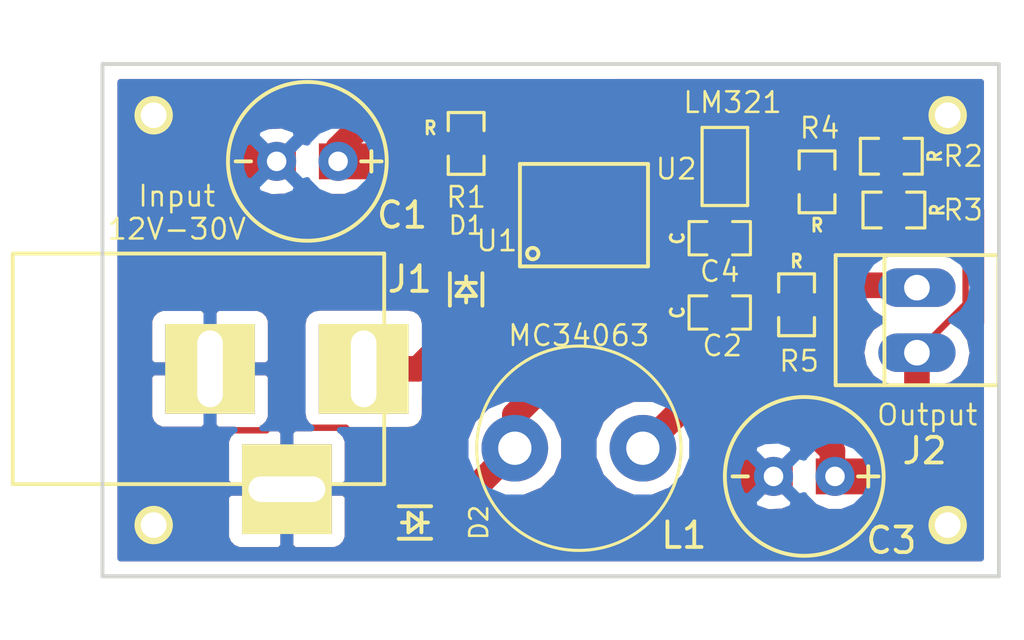
<source format=kicad_pcb>
(kicad_pcb (version 4) (host pcbnew 4.0.7-e2-6376~58~ubuntu14.04.1)

  (general
    (links 40)
    (no_connects 0)
    (area 120 105 161.74762 130.000001)
    (thickness 1.6)
    (drawings 7)
    (tracks 69)
    (zones 0)
    (modules 20)
    (nets 11)
  )

  (page A4)
  (layers
    (0 F.Cu signal)
    (31 B.Cu signal)
    (32 B.Adhes user hide)
    (33 F.Adhes user hide)
    (34 B.Paste user)
    (35 F.Paste user)
    (36 B.SilkS user)
    (37 F.SilkS user)
    (38 B.Mask user hide)
    (39 F.Mask user hide)
    (40 Dwgs.User user hide)
    (41 Cmts.User user hide)
    (42 Eco1.User user hide)
    (43 Eco2.User user hide)
    (44 Edge.Cuts user)
    (45 Margin user hide)
    (46 B.CrtYd user hide)
    (47 F.CrtYd user hide)
    (48 B.Fab user hide)
    (49 F.Fab user hide)
  )

  (setup
    (last_trace_width 0.25)
    (user_trace_width 0.25)
    (user_trace_width 0.4)
    (user_trace_width 0.5)
    (user_trace_width 1)
    (trace_clearance 0.2)
    (zone_clearance 0.508)
    (zone_45_only no)
    (trace_min 0.2)
    (segment_width 0.2)
    (edge_width 0.15)
    (via_size 0.6)
    (via_drill 0.4)
    (via_min_size 0.4)
    (via_min_drill 0.3)
    (uvia_size 0.3)
    (uvia_drill 0.1)
    (uvias_allowed no)
    (uvia_min_size 0.2)
    (uvia_min_drill 0.1)
    (pcb_text_width 0.3)
    (pcb_text_size 1.5 1.5)
    (mod_edge_width 0.15)
    (mod_text_size 1 1)
    (mod_text_width 0.15)
    (pad_size 0.1 0.1)
    (pad_drill 0)
    (pad_to_mask_clearance 0.2)
    (aux_axis_origin 0 0)
    (visible_elements FFFFFF7F)
    (pcbplotparams
      (layerselection 0x010fc_80000001)
      (usegerberextensions true)
      (excludeedgelayer true)
      (linewidth 0.100000)
      (plotframeref false)
      (viasonmask false)
      (mode 1)
      (useauxorigin false)
      (hpglpennumber 1)
      (hpglpenspeed 20)
      (hpglpendiameter 15)
      (hpglpenoverlay 2)
      (psnegative false)
      (psa4output false)
      (plotreference true)
      (plotvalue true)
      (plotinvisibletext false)
      (padsonsilk false)
      (subtractmaskfromsilk false)
      (outputformat 1)
      (mirror false)
      (drillshape 0)
      (scaleselection 1)
      (outputdirectory gerbers/))
  )

  (net 0 "")
  (net 1 Earth)
  (net 2 "Net-(C2-Pad1)")
  (net 3 "Net-(C3-Pad1)")
  (net 4 /Vcc)
  (net 5 "Net-(D1-Pad2)")
  (net 6 "Net-(D2-Pad1)")
  (net 7 "Net-(J2-Pad2)")
  (net 8 "Net-(R2-Pad1)")
  (net 9 "Net-(R2-Pad2)")
  (net 10 "Net-(R1-Pad1)")

  (net_class Default "This is the default net class."
    (clearance 0.2)
    (trace_width 0.25)
    (via_dia 0.6)
    (via_drill 0.4)
    (uvia_dia 0.3)
    (uvia_drill 0.1)
    (add_net /Vcc)
    (add_net Earth)
    (add_net "Net-(C2-Pad1)")
    (add_net "Net-(C3-Pad1)")
    (add_net "Net-(D1-Pad2)")
    (add_net "Net-(D2-Pad1)")
    (add_net "Net-(J2-Pad2)")
    (add_net "Net-(R1-Pad1)")
    (add_net "Net-(R2-Pad1)")
    (add_net "Net-(R2-Pad2)")
  )

  (module smps-current-source:RADIAL_TABBED_2.5mm_6.3mm (layer F.Cu) (tedit 5A5FF8E1) (tstamp 5A600880)
    (at 151.4 123.6)
    (path /5A0F88FF)
    (fp_text reference C3 (at 3.4 2.5) (layer F.SilkS)
      (effects (font (size 1 1) (thickness 0.15)))
    )
    (fp_text value CP (at 0 4.064) (layer F.SilkS) hide
      (effects (font (size 1 1) (thickness 0.15)))
    )
    (fp_line (start -2.2 0) (end -2.8 0) (layer F.SilkS) (width 0.15))
    (fp_line (start 2.5 -0.4) (end 2.5 0.4) (layer F.SilkS) (width 0.15))
    (fp_line (start 2.1 0) (end 2.9 0) (layer F.SilkS) (width 0.15))
    (fp_circle (center 0 0) (end 0 -3.1) (layer F.SilkS) (width 0.15))
    (pad 1 smd rect (at 1.2 0) (size 3.5 1.4) (drill (offset 1 0)) (layers F.Cu F.Paste F.Mask)
      (net 3 "Net-(C3-Pad1)"))
    (pad 2 smd rect (at -1.2 0) (size 3.5 1.4) (drill (offset -1 0)) (layers F.Cu F.Paste F.Mask)
      (net 1 Earth))
    (pad 2 thru_hole circle (at -1.2 0) (size 1.524 1.524) (drill 0.762) (layers *.Cu *.Mask)
      (net 1 Earth))
    (pad 1 thru_hole circle (at 1.2 0) (size 1.524 1.524) (drill 0.762) (layers *.Cu *.Mask)
      (net 3 "Net-(C3-Pad1)"))
  )

  (module smps-current-source:RADIAL_TABBED_2.5mm_6.3mm (layer F.Cu) (tedit 5A5FF8DB) (tstamp 5A600875)
    (at 132 111.3)
    (path /5A0F899C)
    (fp_text reference C1 (at 3.7 2.1) (layer F.SilkS)
      (effects (font (size 1 1) (thickness 0.15)))
    )
    (fp_text value CP (at 0 4.064) (layer F.SilkS) hide
      (effects (font (size 1 1) (thickness 0.15)))
    )
    (fp_line (start -2.2 0) (end -2.8 0) (layer F.SilkS) (width 0.15))
    (fp_line (start 2.5 -0.4) (end 2.5 0.4) (layer F.SilkS) (width 0.15))
    (fp_line (start 2.1 0) (end 2.9 0) (layer F.SilkS) (width 0.15))
    (fp_circle (center 0 0) (end 0 -3.1) (layer F.SilkS) (width 0.15))
    (pad 1 smd rect (at 1.2 0) (size 3.5 1.4) (drill (offset 1 0)) (layers F.Cu F.Paste F.Mask)
      (net 4 /Vcc))
    (pad 2 smd rect (at -1.2 0) (size 3.5 1.4) (drill (offset -1 0)) (layers F.Cu F.Paste F.Mask)
      (net 1 Earth))
    (pad 2 thru_hole circle (at -1.2 0) (size 1.524 1.524) (drill 0.762) (layers *.Cu *.Mask)
      (net 1 Earth))
    (pad 1 thru_hole circle (at 1.2 0) (size 1.524 1.524) (drill 0.762) (layers *.Cu *.Mask)
      (net 4 /Vcc))
  )

  (module smps-current-source:SOIC_08_4.0mm_5.0mm_1.27mm (layer F.Cu) (tedit 5A5FD6D8) (tstamp 5A600865)
    (at 142.8 113.4)
    (path /5A0F8880)
    (fp_text reference U1 (at -3.4 1) (layer F.SilkS)
      (effects (font (size 0.8 0.8) (thickness 0.1)))
    )
    (fp_text value MC34063 (at -0.2 4.7 180) (layer F.SilkS)
      (effects (font (size 0.8 0.8) (thickness 0.1)))
    )
    (fp_circle (center -2 1.5) (end -1.9 1.3) (layer F.SilkS) (width 0.15))
    (fp_line (start -2.5 -2) (end 2.5 -2) (layer F.SilkS) (width 0.15))
    (fp_line (start 2.5 -2) (end 2.5 2) (layer F.SilkS) (width 0.15))
    (fp_line (start 2.5 2) (end -2.5 2) (layer F.SilkS) (width 0.15))
    (fp_line (start -2.5 2) (end -2.5 -2) (layer F.SilkS) (width 0.15))
    (pad 1 smd rect (at -1.905 3.1) (size 0.7 1.6) (layers F.Cu F.Paste F.Mask)
      (net 10 "Net-(R1-Pad1)"))
    (pad 2 smd rect (at -0.635 3.1) (size 0.7 1.6) (layers F.Cu F.Paste F.Mask)
      (net 6 "Net-(D2-Pad1)"))
    (pad 3 smd rect (at 0.635 3.1) (size 0.7 1.6) (layers F.Cu F.Paste F.Mask)
      (net 2 "Net-(C2-Pad1)"))
    (pad 4 smd rect (at 1.905 3.1) (size 0.7 1.6) (layers F.Cu F.Paste F.Mask)
      (net 1 Earth))
    (pad 5 smd rect (at 1.905 -3.1) (size 0.7 1.6) (layers F.Cu F.Paste F.Mask)
      (net 8 "Net-(R2-Pad1)"))
    (pad 6 smd rect (at 0.635 -3.1) (size 0.7 1.6) (layers F.Cu F.Paste F.Mask)
      (net 4 /Vcc))
    (pad 7 smd rect (at -0.635 -3.1) (size 0.7 1.6) (layers F.Cu F.Paste F.Mask)
      (net 10 "Net-(R1-Pad1)"))
    (pad 8 smd rect (at -1.905 -3.1) (size 0.7 1.6) (layers F.Cu F.Paste F.Mask)
      (net 10 "Net-(R1-Pad1)"))
    (model 3D/SMD/SOIC_08_4.0mm_5.0mm_1.27mm.wrl
      (at (xyz 0 0 0))
      (scale (xyz 0.3937 0.3937 0.3937))
      (rotate (xyz 0 0 90))
    )
  )

  (module smps-current-source:THROUGHVIA (layer F.Cu) (tedit 5A2B3E19) (tstamp 5A600861)
    (at 157 109.5)
    (path /5A2B45DF)
    (fp_text reference J3 (at 0 1.7) (layer F.SilkS) hide
      (effects (font (size 1 1) (thickness 0.2)))
    )
    (fp_text value Conn_01x01 (at 0 -1.5) (layer F.SilkS) hide
      (effects (font (size 1 1) (thickness 0.2)))
    )
    (pad 1 thru_hole circle (at 0 0) (size 1.5 1.5) (drill 1) (layers *.Cu *.Mask F.SilkS)
      (net 1 Earth) (zone_connect 2))
  )

  (module smps-current-source:SM0603_Capa (layer F.Cu) (tedit 5A5FD756) (tstamp 5A600856)
    (at 148.1 114.3)
    (path /5A76A76A)
    (attr smd)
    (fp_text reference C4 (at 0 1.3) (layer F.SilkS)
      (effects (font (size 0.8 0.8) (thickness 0.1)))
    )
    (fp_text value C (at -1.651 0 90) (layer F.SilkS)
      (effects (font (size 0.508 0.4572) (thickness 0.1143)))
    )
    (fp_line (start 0.50038 0.65024) (end 1.19888 0.65024) (layer F.SilkS) (width 0.11938))
    (fp_line (start -0.50038 0.65024) (end -1.19888 0.65024) (layer F.SilkS) (width 0.11938))
    (fp_line (start 0.50038 -0.65024) (end 1.19888 -0.65024) (layer F.SilkS) (width 0.11938))
    (fp_line (start -1.19888 -0.65024) (end -0.50038 -0.65024) (layer F.SilkS) (width 0.11938))
    (fp_line (start 1.19888 -0.635) (end 1.19888 0.635) (layer F.SilkS) (width 0.11938))
    (fp_line (start -1.19888 0.635) (end -1.19888 -0.635) (layer F.SilkS) (width 0.11938))
    (pad 1 smd rect (at -0.762 0) (size 0.635 1.143) (layers F.Cu F.Paste F.Mask)
      (net 4 /Vcc))
    (pad 2 smd rect (at 0.762 0) (size 0.635 1.143) (layers F.Cu F.Paste F.Mask)
      (net 1 Earth))
    (model smd\capacitors\C0603.wrl
      (at (xyz 0 0 0.001000000047497451))
      (scale (xyz 0.5 0.5 0.5))
      (rotate (xyz 0 0 0))
    )
  )

  (module smps-current-source:SOT23-5 (layer F.Cu) (tedit 5A5FD6D1) (tstamp 5A60084A)
    (at 148.3 111.5 90)
    (path /5A0F7DDC)
    (attr smd)
    (fp_text reference U2 (at -0.1 -1.9 180) (layer F.SilkS)
      (effects (font (size 0.8 0.8) (thickness 0.1)))
    )
    (fp_text value LM321 (at 2.5 0.3 180) (layer F.SilkS)
      (effects (font (size 0.8 0.8) (thickness 0.1)))
    )
    (fp_line (start 1.524 -0.889) (end 1.524 0.889) (layer F.SilkS) (width 0.127))
    (fp_line (start 1.524 0.889) (end -1.524 0.889) (layer F.SilkS) (width 0.127))
    (fp_line (start -1.524 0.889) (end -1.524 -0.889) (layer F.SilkS) (width 0.127))
    (fp_line (start -1.524 -0.889) (end 1.524 -0.889) (layer F.SilkS) (width 0.127))
    (pad 1 smd rect (at -0.9525 1.27 90) (size 0.508 0.762) (layers F.Cu F.Paste F.Mask)
      (net 7 "Net-(J2-Pad2)"))
    (pad 3 smd rect (at 0.9525 1.27 90) (size 0.508 0.762) (layers F.Cu F.Paste F.Mask)
      (net 9 "Net-(R2-Pad2)"))
    (pad 5 smd rect (at -0.9525 -1.27 90) (size 0.508 0.762) (layers F.Cu F.Paste F.Mask)
      (net 4 /Vcc))
    (pad 2 smd rect (at 0 1.27 90) (size 0.508 0.762) (layers F.Cu F.Paste F.Mask)
      (net 1 Earth))
    (pad 4 smd rect (at 0.9525 -1.27 90) (size 0.508 0.762) (layers F.Cu F.Paste F.Mask)
      (net 8 "Net-(R2-Pad1)"))
    (model smd/SOT23_5.wrl
      (at (xyz 0 0 0))
      (scale (xyz 0.1000000014901161 0.1000000014901161 0.1000000014901161))
      (rotate (xyz 0 0 0))
    )
  )

  (module smps-current-source:SM0603_Resistor (layer F.Cu) (tedit 5A5FD42F) (tstamp 5A60083F)
    (at 151.1 116.9 270)
    (path /5A0F8E22)
    (attr smd)
    (fp_text reference R5 (at 2.2 -0.1 360) (layer F.SilkS)
      (effects (font (size 0.8 0.8) (thickness 0.1)))
    )
    (fp_text value R (at -1.69926 0 360) (layer F.SilkS)
      (effects (font (size 0.508 0.4572) (thickness 0.1143)))
    )
    (fp_line (start -0.50038 -0.6985) (end -1.2065 -0.6985) (layer F.SilkS) (width 0.127))
    (fp_line (start -1.2065 -0.6985) (end -1.2065 0.6985) (layer F.SilkS) (width 0.127))
    (fp_line (start -1.2065 0.6985) (end -0.50038 0.6985) (layer F.SilkS) (width 0.127))
    (fp_line (start 1.2065 -0.6985) (end 0.50038 -0.6985) (layer F.SilkS) (width 0.127))
    (fp_line (start 1.2065 -0.6985) (end 1.2065 0.6985) (layer F.SilkS) (width 0.127))
    (fp_line (start 1.2065 0.6985) (end 0.50038 0.6985) (layer F.SilkS) (width 0.127))
    (pad 1 smd rect (at -0.762 0 270) (size 0.635 1.143) (layers F.Cu F.Paste F.Mask)
      (net 7 "Net-(J2-Pad2)"))
    (pad 2 smd rect (at 0.762 0 270) (size 0.635 1.143) (layers F.Cu F.Paste F.Mask)
      (net 1 Earth))
    (model smd\resistors\R0603.wrl
      (at (xyz 0 0 0.001000000047497451))
      (scale (xyz 0.5 0.5 0.5))
      (rotate (xyz 0 0 0))
    )
  )

  (module smps-current-source:SM0603_Resistor (layer F.Cu) (tedit 5A5FD39A) (tstamp 5A600834)
    (at 151.9 112.1 90)
    (path /5A0F8C8D)
    (attr smd)
    (fp_text reference R4 (at 2.1 0.1 180) (layer F.SilkS)
      (effects (font (size 0.8 0.8) (thickness 0.1)))
    )
    (fp_text value R (at -1.69926 0 180) (layer F.SilkS)
      (effects (font (size 0.508 0.4572) (thickness 0.1143)))
    )
    (fp_line (start -0.50038 -0.6985) (end -1.2065 -0.6985) (layer F.SilkS) (width 0.127))
    (fp_line (start -1.2065 -0.6985) (end -1.2065 0.6985) (layer F.SilkS) (width 0.127))
    (fp_line (start -1.2065 0.6985) (end -0.50038 0.6985) (layer F.SilkS) (width 0.127))
    (fp_line (start 1.2065 -0.6985) (end 0.50038 -0.6985) (layer F.SilkS) (width 0.127))
    (fp_line (start 1.2065 -0.6985) (end 1.2065 0.6985) (layer F.SilkS) (width 0.127))
    (fp_line (start 1.2065 0.6985) (end 0.50038 0.6985) (layer F.SilkS) (width 0.127))
    (pad 1 smd rect (at -0.762 0 90) (size 0.635 1.143) (layers F.Cu F.Paste F.Mask)
      (net 1 Earth))
    (pad 2 smd rect (at 0.762 0 90) (size 0.635 1.143) (layers F.Cu F.Paste F.Mask)
      (net 9 "Net-(R2-Pad2)"))
    (model smd\resistors\R0603.wrl
      (at (xyz 0 0 0.001000000047497451))
      (scale (xyz 0.5 0.5 0.5))
      (rotate (xyz 0 0 0))
    )
  )

  (module smps-current-source:SM0603_Resistor (layer F.Cu) (tedit 5A5FD3B7) (tstamp 5A600829)
    (at 154.9 113.2 180)
    (path /5A0F8D95)
    (attr smd)
    (fp_text reference R3 (at -2.7 0 180) (layer F.SilkS)
      (effects (font (size 0.8 0.8) (thickness 0.1)))
    )
    (fp_text value R (at -1.69926 0 270) (layer F.SilkS)
      (effects (font (size 0.508 0.4572) (thickness 0.1143)))
    )
    (fp_line (start -0.50038 -0.6985) (end -1.2065 -0.6985) (layer F.SilkS) (width 0.127))
    (fp_line (start -1.2065 -0.6985) (end -1.2065 0.6985) (layer F.SilkS) (width 0.127))
    (fp_line (start -1.2065 0.6985) (end -0.50038 0.6985) (layer F.SilkS) (width 0.127))
    (fp_line (start 1.2065 -0.6985) (end 0.50038 -0.6985) (layer F.SilkS) (width 0.127))
    (fp_line (start 1.2065 -0.6985) (end 1.2065 0.6985) (layer F.SilkS) (width 0.127))
    (fp_line (start 1.2065 0.6985) (end 0.50038 0.6985) (layer F.SilkS) (width 0.127))
    (pad 1 smd rect (at -0.762 0 180) (size 0.635 1.143) (layers F.Cu F.Paste F.Mask)
      (net 3 "Net-(C3-Pad1)"))
    (pad 2 smd rect (at 0.762 0 180) (size 0.635 1.143) (layers F.Cu F.Paste F.Mask)
      (net 8 "Net-(R2-Pad1)"))
    (model smd\resistors\R0603.wrl
      (at (xyz 0 0 0.001000000047497451))
      (scale (xyz 0.5 0.5 0.5))
      (rotate (xyz 0 0 0))
    )
  )

  (module smps-current-source:SM0603_Resistor (layer F.Cu) (tedit 5A5FD3A5) (tstamp 5A60081E)
    (at 154.8 111.1 180)
    (path /5A0F8D18)
    (attr smd)
    (fp_text reference R2 (at -2.8 0 180) (layer F.SilkS)
      (effects (font (size 0.8 0.8) (thickness 0.1)))
    )
    (fp_text value R (at -1.69926 0 270) (layer F.SilkS)
      (effects (font (size 0.508 0.4572) (thickness 0.1143)))
    )
    (fp_line (start -0.50038 -0.6985) (end -1.2065 -0.6985) (layer F.SilkS) (width 0.127))
    (fp_line (start -1.2065 -0.6985) (end -1.2065 0.6985) (layer F.SilkS) (width 0.127))
    (fp_line (start -1.2065 0.6985) (end -0.50038 0.6985) (layer F.SilkS) (width 0.127))
    (fp_line (start 1.2065 -0.6985) (end 0.50038 -0.6985) (layer F.SilkS) (width 0.127))
    (fp_line (start 1.2065 -0.6985) (end 1.2065 0.6985) (layer F.SilkS) (width 0.127))
    (fp_line (start 1.2065 0.6985) (end 0.50038 0.6985) (layer F.SilkS) (width 0.127))
    (pad 1 smd rect (at -0.762 0 180) (size 0.635 1.143) (layers F.Cu F.Paste F.Mask)
      (net 8 "Net-(R2-Pad1)"))
    (pad 2 smd rect (at 0.762 0 180) (size 0.635 1.143) (layers F.Cu F.Paste F.Mask)
      (net 9 "Net-(R2-Pad2)"))
    (model smd\resistors\R0603.wrl
      (at (xyz 0 0 0.001000000047497451))
      (scale (xyz 0.5 0.5 0.5))
      (rotate (xyz 0 0 0))
    )
  )

  (module smps-current-source:SM0603_Resistor (layer F.Cu) (tedit 5A5FD6DC) (tstamp 5A600813)
    (at 138.2 110.6 270)
    (path /5A0F8C38)
    (attr smd)
    (fp_text reference R1 (at 2.1 0 360) (layer F.SilkS)
      (effects (font (size 0.8 0.8) (thickness 0.1)))
    )
    (fp_text value R (at -0.6 1.4 360) (layer F.SilkS)
      (effects (font (size 0.508 0.4572) (thickness 0.1143)))
    )
    (fp_line (start -0.50038 -0.6985) (end -1.2065 -0.6985) (layer F.SilkS) (width 0.127))
    (fp_line (start -1.2065 -0.6985) (end -1.2065 0.6985) (layer F.SilkS) (width 0.127))
    (fp_line (start -1.2065 0.6985) (end -0.50038 0.6985) (layer F.SilkS) (width 0.127))
    (fp_line (start 1.2065 -0.6985) (end 0.50038 -0.6985) (layer F.SilkS) (width 0.127))
    (fp_line (start 1.2065 -0.6985) (end 1.2065 0.6985) (layer F.SilkS) (width 0.127))
    (fp_line (start 1.2065 0.6985) (end 0.50038 0.6985) (layer F.SilkS) (width 0.127))
    (pad 1 smd rect (at -0.762 0 270) (size 0.635 1.143) (layers F.Cu F.Paste F.Mask)
      (net 10 "Net-(R1-Pad1)"))
    (pad 2 smd rect (at 0.762 0 270) (size 0.635 1.143) (layers F.Cu F.Paste F.Mask)
      (net 4 /Vcc))
    (model smd\resistors\R0603.wrl
      (at (xyz 0 0 0.001000000047497451))
      (scale (xyz 0.5 0.5 0.5))
      (rotate (xyz 0 0 0))
    )
  )

  (module smps-current-source:L_Radial_D7.8mm_P5.00mm_Fastron_07HCP (layer F.Cu) (tedit 5A5FD422) (tstamp 5A600808)
    (at 140.1 122.5)
    (descr "L, Radial series, Radial, pin pitch=5.00mm, , diameter=7.8mm, Fastron, 07HCP, http://www.abracon.com/Magnetics/radial/AISR875.pdf")
    (tags "L Radial series Radial pin pitch 5.00mm  diameter 7.8mm Fastron 07HCP")
    (path /5A0F8B70)
    (fp_text reference L1 (at 6.6 3.4) (layer F.SilkS)
      (effects (font (size 1 1) (thickness 0.15)))
    )
    (fp_text value L (at -2.6 2.9) (layer F.Fab) hide
      (effects (font (size 1 1) (thickness 0.15)))
    )
    (fp_circle (center 2.5 0) (end 6.4 0) (layer F.Fab) (width 0.1))
    (fp_circle (center 2.5 0) (end 6.49 0) (layer F.SilkS) (width 0.12))
    (fp_line (start -1.75 -4.25) (end -1.75 4.25) (layer F.CrtYd) (width 0.05))
    (fp_line (start -1.75 4.25) (end 6.75 4.25) (layer F.CrtYd) (width 0.05))
    (fp_line (start 6.75 4.25) (end 6.75 -4.25) (layer F.CrtYd) (width 0.05))
    (fp_line (start 6.75 -4.25) (end -1.75 -4.25) (layer F.CrtYd) (width 0.05))
    (pad 1 thru_hole circle (at 0 0) (size 2.6 2.6) (drill 1.3) (layers *.Cu *.Mask)
      (net 6 "Net-(D2-Pad1)"))
    (pad 2 thru_hole circle (at 5 0) (size 2.6 2.6) (drill 1.3) (layers *.Cu *.Mask)
      (net 3 "Net-(C3-Pad1)"))
    (model Inductors_THT.3dshapes/L_Radial_D7.8mm_P5.00mm_Fastron_07HCP.wrl
      (at (xyz 0 0 0))
      (scale (xyz 0.393701 0.393701 0.393701))
      (rotate (xyz 0 0 0))
    )
  )

  (module smps-current-source:PINHEAD1-2 (layer F.Cu) (tedit 5A5FD401) (tstamp 5A6007FE)
    (at 155.8 117.5 90)
    (path /5A0FC816)
    (attr virtual)
    (fp_text reference J2 (at -5.1 0.3 180) (layer F.SilkS)
      (effects (font (size 1 1) (thickness 0.15)))
    )
    (fp_text value Output (at -3.5 0.1 180) (layer F.Fab) hide
      (effects (font (size 1 1) (thickness 0.15)))
    )
    (fp_line (start 2.54 -1.27) (end -2.54 -1.27) (layer F.SilkS) (width 0.15))
    (fp_line (start 2.54 3.175) (end -2.54 3.175) (layer F.SilkS) (width 0.15))
    (fp_line (start -2.54 -3.175) (end 2.54 -3.175) (layer F.SilkS) (width 0.15))
    (fp_line (start -2.54 -3.175) (end -2.54 3.175) (layer F.SilkS) (width 0.15))
    (fp_line (start 2.54 -3.175) (end 2.54 3.175) (layer F.SilkS) (width 0.15))
    (pad 1 thru_hole oval (at -1.27 0 90) (size 1.50622 3.01498) (drill 1) (layers *.Cu *.Mask)
      (net 3 "Net-(C3-Pad1)"))
    (pad 2 thru_hole oval (at 1.27 0 90) (size 1.50622 3.01498) (drill 1) (layers *.Cu *.Mask)
      (net 7 "Net-(J2-Pad2)"))
  )

  (module smps-current-source:BARREL_JACK (layer F.Cu) (tedit 5A5FD409) (tstamp 5A6007F3)
    (at 128 119.4)
    (descr "DC Barrel Jack")
    (tags "Power Jack")
    (path /5A0F9E4B)
    (fp_text reference J1 (at 8 -3.5) (layer F.SilkS)
      (effects (font (size 1 1) (thickness 0.15)))
    )
    (fp_text value "Input 12V-30V" (at 2.2 -3.4) (layer F.Fab) hide
      (effects (font (size 1 1) (thickness 0.15)))
    )
    (fp_line (start -4.0005 -4.50088) (end -4.0005 4.50088) (layer F.SilkS) (width 0.15))
    (fp_line (start -7.50062 -4.50088) (end -7.50062 4.50088) (layer F.SilkS) (width 0.15))
    (fp_line (start -7.50062 4.50088) (end 7.00024 4.50088) (layer F.SilkS) (width 0.15))
    (fp_line (start 7.00024 4.50088) (end 7.00024 -4.50088) (layer F.SilkS) (width 0.15))
    (fp_line (start 7.00024 -4.50088) (end -7.50062 -4.50088) (layer F.SilkS) (width 0.15))
    (pad 1 thru_hole rect (at 6.20014 0) (size 3.50012 3.50012) (drill oval 1 3) (layers *.Cu *.Mask F.SilkS)
      (net 5 "Net-(D1-Pad2)"))
    (pad 2 thru_hole rect (at 0.20066 0) (size 3.50012 3.50012) (drill oval 1 3) (layers *.Cu *.Mask F.SilkS)
      (net 1 Earth))
    (pad 3 thru_hole rect (at 3.2004 4.699) (size 3.50012 3.50012) (drill oval 3 1) (layers *.Cu *.Mask F.SilkS)
      (net 1 Earth))
  )

  (module smps-current-source:SM0603_Capa (layer F.Cu) (tedit 5A5FD72A) (tstamp 5A6007CE)
    (at 148.1 117.2)
    (path /5A126154)
    (attr smd)
    (fp_text reference C2 (at 0.1 1.3) (layer F.SilkS)
      (effects (font (size 0.8 0.8) (thickness 0.1)))
    )
    (fp_text value C (at -1.651 0 90) (layer F.SilkS)
      (effects (font (size 0.508 0.4572) (thickness 0.1143)))
    )
    (fp_line (start 0.50038 0.65024) (end 1.19888 0.65024) (layer F.SilkS) (width 0.11938))
    (fp_line (start -0.50038 0.65024) (end -1.19888 0.65024) (layer F.SilkS) (width 0.11938))
    (fp_line (start 0.50038 -0.65024) (end 1.19888 -0.65024) (layer F.SilkS) (width 0.11938))
    (fp_line (start -1.19888 -0.65024) (end -0.50038 -0.65024) (layer F.SilkS) (width 0.11938))
    (fp_line (start 1.19888 -0.635) (end 1.19888 0.635) (layer F.SilkS) (width 0.11938))
    (fp_line (start -1.19888 0.635) (end -1.19888 -0.635) (layer F.SilkS) (width 0.11938))
    (pad 1 smd rect (at -0.762 0) (size 0.635 1.143) (layers F.Cu F.Paste F.Mask)
      (net 2 "Net-(C2-Pad1)"))
    (pad 2 smd rect (at 0.762 0) (size 0.635 1.143) (layers F.Cu F.Paste F.Mask)
      (net 1 Earth))
    (model smd\capacitors\C0603.wrl
      (at (xyz 0 0 0.001000000047497451))
      (scale (xyz 0.5 0.5 0.5))
      (rotate (xyz 0 0 0))
    )
  )

  (module smps-current-source:THROUGHVIA (layer F.Cu) (tedit 5A2B3DDA) (tstamp 5A6007CA)
    (at 126 109.5)
    (path /5A2B45DF)
    (fp_text reference J3 (at 0 1.7) (layer F.SilkS) hide
      (effects (font (size 1 1) (thickness 0.2)))
    )
    (fp_text value Conn_01x01 (at 0 -1.5) (layer F.SilkS) hide
      (effects (font (size 1 1) (thickness 0.2)))
    )
    (pad 1 thru_hole circle (at 0 0) (size 1.5 1.5) (drill 1) (layers *.Cu *.Mask F.SilkS)
      (net 1 Earth) (zone_connect 2))
  )

  (module smps-current-source:THROUGHVIA (layer F.Cu) (tedit 5A2B3E0F) (tstamp 5A6007C6)
    (at 126 125.5)
    (path /5A2B45DF)
    (fp_text reference J3 (at 0 1.7) (layer F.SilkS) hide
      (effects (font (size 1 1) (thickness 0.2)))
    )
    (fp_text value Conn_01x01 (at 0 -1.5) (layer F.SilkS) hide
      (effects (font (size 1 1) (thickness 0.2)))
    )
    (pad 1 thru_hole circle (at 0 0) (size 1.5 1.5) (drill 1) (layers *.Cu *.Mask F.SilkS)
      (net 1 Earth) (zone_connect 2))
  )

  (module smps-current-source:THROUGHVIA (layer F.Cu) (tedit 5A2B3E24) (tstamp 5A6007C2)
    (at 157 125.5)
    (path /5A2B45DF)
    (fp_text reference J3 (at 0 1.7) (layer F.SilkS) hide
      (effects (font (size 1 1) (thickness 0.2)))
    )
    (fp_text value Conn_01x01 (at 0 -1.5) (layer F.SilkS) hide
      (effects (font (size 1 1) (thickness 0.2)))
    )
    (pad 1 thru_hole circle (at 0 0) (size 1.5 1.5) (drill 1) (layers *.Cu *.Mask F.SilkS)
      (net 1 Earth) (zone_connect 2))
  )

  (module smps-current-source:SOD-323 (layer F.Cu) (tedit 5A7A2CAF) (tstamp 5A6007D9)
    (at 138.2 116.3 90)
    (path /5A0F8AD7)
    (fp_text reference D1 (at 2.5 0 360) (layer F.SilkS)
      (effects (font (size 0.7 0.7) (thickness 0.1)))
    )
    (fp_text value CUS15S30 (at 0 1.27 90) (layer F.SilkS) hide
      (effects (font (size 0.7 0.7) (thickness 0.05)))
    )
    (fp_line (start 0.254 0) (end 0.508 0) (layer F.SilkS) (width 0.15))
    (fp_line (start -0.254 0) (end -0.508 0) (layer F.SilkS) (width 0.15))
    (fp_line (start 0.254 0) (end -0.254 0.381) (layer F.SilkS) (width 0.15))
    (fp_line (start -0.254 0.381) (end -0.254 -0.381) (layer F.SilkS) (width 0.15))
    (fp_line (start -0.254 -0.381) (end 0.254 0) (layer F.SilkS) (width 0.15))
    (fp_line (start 0.254 -0.381) (end 0.254 0.381) (layer F.SilkS) (width 0.15))
    (fp_line (start -0.635 0.635) (end 0.635 0.635) (layer F.SilkS) (width 0.15))
    (fp_line (start -0.635 -0.635) (end 0.635 -0.635) (layer F.SilkS) (width 0.15))
    (pad 2 smd rect (at -1.2192 0 90) (size 0.5588 0.6858) (layers F.Cu F.Paste F.Mask)
      (net 5 "Net-(D1-Pad2)"))
    (pad 1 smd rect (at 1.2192 0 90) (size 0.5588 0.6858) (layers F.Cu F.Paste F.Mask)
      (net 4 /Vcc))
  )

  (module smps-current-source:SOD-323 (layer F.Cu) (tedit 5A7A2CAF) (tstamp 5A6007E6)
    (at 136.2 125.4)
    (path /5A0FB987)
    (fp_text reference D2 (at 2.5 0 270) (layer F.SilkS)
      (effects (font (size 0.7 0.7) (thickness 0.1)))
    )
    (fp_text value CUS15S30 (at 0 1.27) (layer F.SilkS) hide
      (effects (font (size 0.7 0.7) (thickness 0.05)))
    )
    (fp_line (start 0.254 0) (end 0.508 0) (layer F.SilkS) (width 0.15))
    (fp_line (start -0.254 0) (end -0.508 0) (layer F.SilkS) (width 0.15))
    (fp_line (start 0.254 0) (end -0.254 0.381) (layer F.SilkS) (width 0.15))
    (fp_line (start -0.254 0.381) (end -0.254 -0.381) (layer F.SilkS) (width 0.15))
    (fp_line (start -0.254 -0.381) (end 0.254 0) (layer F.SilkS) (width 0.15))
    (fp_line (start 0.254 -0.381) (end 0.254 0.381) (layer F.SilkS) (width 0.15))
    (fp_line (start -0.635 0.635) (end 0.635 0.635) (layer F.SilkS) (width 0.15))
    (fp_line (start -0.635 -0.635) (end 0.635 -0.635) (layer F.SilkS) (width 0.15))
    (pad 2 smd rect (at -1.2192 0) (size 0.5588 0.6858) (layers F.Cu F.Paste F.Mask)
      (net 1 Earth))
    (pad 1 smd rect (at 1.2192 0) (size 0.5588 0.6858) (layers F.Cu F.Paste F.Mask)
      (net 6 "Net-(D2-Pad1)"))
  )

  (gr_line (start 159 127.5) (end 124 127.5) (angle 90) (layer Edge.Cuts) (width 0.15) (tstamp 5A6008D6))
  (gr_line (start 124 127.5) (end 124 107.5) (angle 90) (layer Edge.Cuts) (width 0.15) (tstamp 5A6008D5))
  (gr_line (start 159 107.5) (end 159 127.5) (angle 90) (layer Edge.Cuts) (width 0.15) (tstamp 5A6008D4))
  (gr_line (start 124 127.5) (end 159 127.5) (angle 90) (layer Edge.Cuts) (width 0.15))
  (gr_line (start 124 107.5) (end 159 107.5) (angle 90) (layer Edge.Cuts) (width 0.15) (tstamp 5A6008D7))
  (gr_text "Input\n12V-30V" (at 126.9 113.3) (layer F.SilkS) (tstamp 5A6008D3)
    (effects (font (size 0.8 0.8) (thickness 0.1)))
  )
  (gr_text Output (at 156.2 121.2) (layer F.SilkS) (tstamp 5A6008D2)
    (effects (font (size 0.8 0.8) (thickness 0.1)))
  )

  (segment (start 158.3 113.2) (end 158.3 117.6) (width 0.25) (layer F.Cu) (net 0))
  (segment (start 132.1 121.7) (end 133.5 121.7) (width 0.25) (layer F.Cu) (net 1))
  (segment (start 133.5 121.7) (end 133.7 121.9) (width 0.25) (layer F.Cu) (net 1) (tstamp 5A7A2D44))
  (segment (start 129 121.8) (end 130.4 121.8) (width 0.25) (layer F.Cu) (net 1))
  (segment (start 130.4 121.8) (end 130.5 121.7) (width 0.25) (layer F.Cu) (net 1) (tstamp 5A7A2D41))
  (segment (start 148.8 111.5) (end 148.5 111.8) (width 0.5) (layer F.Cu) (net 1) (tstamp 5A600890))
  (segment (start 148.5 111.8) (end 148.5 113.938) (width 0.5) (layer F.Cu) (net 1) (tstamp 5A60088F))
  (segment (start 148.5 113.938) (end 148.862 114.3) (width 0.5) (layer F.Cu) (net 1) (tstamp 5A60088E))
  (segment (start 149.57 111.5) (end 148.8 111.5) (width 0.5) (layer F.Cu) (net 1) (tstamp 5A60088D))
  (segment (start 148.862 114.3) (end 148.862 117.2) (width 0.5) (layer F.Cu) (net 1) (tstamp 5A60088C))
  (segment (start 143.335 114.965) (end 143.6 114.7) (width 0.25) (layer F.Cu) (net 2) (tstamp 5A600896))
  (segment (start 143.6 114.7) (end 145 114.7) (width 0.25) (layer F.Cu) (net 2) (tstamp 5A600895))
  (segment (start 145 114.7) (end 145.4 115.1) (width 0.25) (layer F.Cu) (net 2) (tstamp 5A600894))
  (segment (start 145.4 115.1) (end 145.4 115.931045) (width 0.25) (layer F.Cu) (net 2) (tstamp 5A600893))
  (segment (start 145.4 115.931045) (end 147.338 117.2) (width 0.25) (layer F.Cu) (net 2) (tstamp 5A600892) (status 20))
  (segment (start 143.335 116) (end 143.335 114.965) (width 0.25) (layer F.Cu) (net 2) (tstamp 5A600891))
  (segment (start 157.7 116.87) (end 157.7 113.6) (width 0.25) (layer F.Cu) (net 3) (tstamp 5A6008A2))
  (segment (start 157.7 113.6) (end 157.3 113.2) (width 0.25) (layer F.Cu) (net 3) (tstamp 5A6008A1))
  (segment (start 157.3 113.2) (end 155.662 113.2) (width 0.25) (layer F.Cu) (net 3) (tstamp 5A6008A0))
  (segment (start 155.48 119.09) (end 157.7 116.87) (width 0.25) (layer F.Cu) (net 3) (tstamp 5A60089F))
  (segment (start 152.5 122.6) (end 152.5 123.6) (width 1) (layer F.Cu) (net 3) (tstamp 5A60089E))
  (segment (start 150.5 120.6) (end 152.5 122.6) (width 1) (layer F.Cu) (net 3) (tstamp 5A60089D))
  (segment (start 147 120.6) (end 150.5 120.6) (width 1) (layer F.Cu) (net 3) (tstamp 5A60089C))
  (segment (start 145.1 122.5) (end 147 120.6) (width 1) (layer F.Cu) (net 3) (tstamp 5A60089B))
  (segment (start 145.1 122.5) (end 145.1 122.5) (width 1) (layer F.Cu) (net 3) (tstamp 5A60089A))
  (segment (start 155.8 121.5) (end 155.8 118.77) (width 1) (layer F.Cu) (net 3) (tstamp 5A600899))
  (segment (start 153.7 123.6) (end 155.8 121.5) (width 1) (layer F.Cu) (net 3) (tstamp 5A600898))
  (segment (start 152.5 123.6) (end 153.7 123.6) (width 1) (layer F.Cu) (net 3) (tstamp 5A600897))
  (segment (start 143.435 110.3) (end 143.435 109.135) (width 1) (layer F.Cu) (net 4))
  (segment (start 143.435 109.135) (end 142.9 108.6) (width 1) (layer F.Cu) (net 4) (tstamp 5A7A2BDF))
  (segment (start 142.9 108.6) (end 135.4 108.6) (width 1) (layer F.Cu) (net 4) (tstamp 5A7A2BE0))
  (segment (start 135.4 108.6) (end 133.2 110.8) (width 1) (layer F.Cu) (net 4) (tstamp 5A7A2BE1))
  (segment (start 147.338 114.3) (end 147.338 112.7605) (width 1) (layer F.Cu) (net 4))
  (segment (start 147.338 112.7605) (end 147.1775 112.6) (width 1) (layer F.Cu) (net 4) (tstamp 5A7A2C04))
  (segment (start 147.1775 112.6) (end 144.4 112.6) (width 1) (layer F.Cu) (net 4) (tstamp 5A7A2C05))
  (segment (start 144.4 112.6) (end 143.435 111.635) (width 1) (layer F.Cu) (net 4) (tstamp 5A7A2C06))
  (segment (start 143.435 111.635) (end 143.435 110.3) (width 1) (layer F.Cu) (net 4) (tstamp 5A7A2C07))
  (segment (start 138.2 111.362) (end 138.2 115.0808) (width 1) (layer F.Cu) (net 4))
  (segment (start 133.2 111.3) (end 138.138 111.3) (width 1) (layer F.Cu) (net 4))
  (segment (start 138.138 111.3) (end 138.2 111.362) (width 1) (layer F.Cu) (net 4) (tstamp 5A7A2BE5))
  (segment (start 133.2 110.8) (end 133.2 111.3) (width 1) (layer F.Cu) (net 4) (tstamp 5A7A2BE2))
  (segment (start 136.3192 119.4) (end 138.2 117.5192) (width 1) (layer F.Cu) (net 5) (tstamp 5A6008B6))
  (segment (start 134.20014 119.4) (end 136.3192 119.4) (width 1) (layer F.Cu) (net 5) (tstamp 5A6008B5))
  (segment (start 137.4192 125.1808) (end 140.1 122.5) (width 1) (layer F.Cu) (net 6) (tstamp 5A6008BB))
  (segment (start 137.4192 125.4) (end 137.4192 125.1808) (width 0.5) (layer F.Cu) (net 6) (tstamp 5A6008BA))
  (segment (start 142.065 119.235) (end 142.1 116.2) (width 1) (layer F.Cu) (net 6) (tstamp 5A6008B9))
  (segment (start 140.1 121.2) (end 142.065 119.235) (width 1) (layer F.Cu) (net 6) (tstamp 5A6008B8))
  (segment (start 140.1 122.5) (end 140.1 121.2) (width 1) (layer F.Cu) (net 6) (tstamp 5A6008B7))
  (segment (start 149.57 114.608) (end 151.1 116.138) (width 0.25) (layer F.Cu) (net 7) (tstamp 5A6008BF))
  (segment (start 149.57 112.4525) (end 149.57 114.608) (width 0.25) (layer F.Cu) (net 7) (tstamp 5A6008BE))
  (segment (start 155.708 116.138) (end 155.8 116.23) (width 0.25) (layer F.Cu) (net 7) (tstamp 5A6008BD))
  (segment (start 151.1 116.138) (end 155.708 116.138) (width 1) (layer F.Cu) (net 7) (tstamp 5A6008BC))
  (segment (start 146.2825 109.8) (end 147.03 110.5475) (width 0.25) (layer F.Cu) (net 8) (tstamp 5A6008C8))
  (segment (start 144.605 109.8) (end 146.2825 109.8) (width 0.25) (layer F.Cu) (net 8) (tstamp 5A6008C7))
  (segment (start 147.03 110.07) (end 147.4 109.7) (width 0.25) (layer F.Cu) (net 8) (tstamp 5A6008C6))
  (segment (start 147.4 109.7) (end 155.2 109.7) (width 0.25) (layer F.Cu) (net 8) (tstamp 5A6008C5))
  (segment (start 155.2 109.7) (end 155.562 110.062) (width 0.25) (layer F.Cu) (net 8) (tstamp 5A6008C4))
  (segment (start 155.562 110.062) (end 155.562 111.1) (width 0.25) (layer F.Cu) (net 8) (tstamp 5A6008C3))
  (segment (start 147.03 110.5475) (end 147.03 110.07) (width 0.25) (layer F.Cu) (net 8) (tstamp 5A6008C2))
  (segment (start 155.562 111.776) (end 154.138 113.2) (width 0.25) (layer F.Cu) (net 8) (tstamp 5A6008C1))
  (segment (start 155.562 111.1) (end 155.562 111.776) (width 0.25) (layer F.Cu) (net 8) (tstamp 5A6008C0))
  (segment (start 151.1095 110.5475) (end 151.9 111.338) (width 0.25) (layer F.Cu) (net 9) (tstamp 5A6008CC))
  (segment (start 149.57 110.5475) (end 151.1095 110.5475) (width 0.25) (layer F.Cu) (net 9) (tstamp 5A6008CB))
  (segment (start 153.8 111.338) (end 154.038 111.1) (width 0.25) (layer F.Cu) (net 9) (tstamp 5A6008CA))
  (segment (start 151.9 111.338) (end 153.8 111.338) (width 0.25) (layer F.Cu) (net 9) (tstamp 5A6008C9))
  (segment (start 142.165 110.3) (end 140.895 110.3) (width 1) (layer F.Cu) (net 10))
  (segment (start 140.895 110.3) (end 140.895 116.5) (width 1) (layer F.Cu) (net 10))
  (segment (start 138.2 109.838) (end 140.433 109.838) (width 1) (layer F.Cu) (net 10))
  (segment (start 140.433 109.838) (end 140.895 110.3) (width 1) (layer F.Cu) (net 10) (tstamp 5A7A2BEA))

  (zone (net 1) (net_name Earth) (layer B.Cu) (tstamp 5A6008D9) (hatch edge 0.508)
    (connect_pads (clearance 0.508))
    (min_thickness 0.254)
    (fill yes (arc_segments 16) (thermal_gap 0.508) (thermal_bridge_width 0.508))
    (polygon
      (pts
        (xy 160 130) (xy 120 130) (xy 120 105) (xy 160 105)
      )
    )
    (filled_polygon
      (pts
        (xy 158.29 126.79) (xy 124.71 126.79) (xy 124.71 124.38475) (xy 128.81534 124.38475) (xy 128.81534 125.97537)
        (xy 128.912013 126.208759) (xy 129.090642 126.387387) (xy 129.324031 126.48406) (xy 130.91465 126.48406) (xy 131.0734 126.32531)
        (xy 131.0734 124.226) (xy 131.3274 124.226) (xy 131.3274 126.32531) (xy 131.48615 126.48406) (xy 133.076769 126.48406)
        (xy 133.310158 126.387387) (xy 133.488787 126.208759) (xy 133.58546 125.97537) (xy 133.58546 124.580213) (xy 149.399392 124.580213)
        (xy 149.468857 124.822397) (xy 149.992302 125.009144) (xy 150.547368 124.981362) (xy 150.931143 124.822397) (xy 151.000608 124.580213)
        (xy 150.2 123.779605) (xy 149.399392 124.580213) (xy 133.58546 124.580213) (xy 133.58546 124.38475) (xy 133.42671 124.226)
        (xy 131.3274 124.226) (xy 131.0734 124.226) (xy 128.97409 124.226) (xy 128.81534 124.38475) (xy 124.71 124.38475)
        (xy 124.71 119.68575) (xy 125.8156 119.68575) (xy 125.8156 121.27637) (xy 125.912273 121.509759) (xy 126.090902 121.688387)
        (xy 126.324291 121.78506) (xy 127.91491 121.78506) (xy 128.07366 121.62631) (xy 128.07366 119.527) (xy 128.32766 119.527)
        (xy 128.32766 121.62631) (xy 128.48641 121.78506) (xy 129.152332 121.78506) (xy 129.090642 121.810613) (xy 128.912013 121.989241)
        (xy 128.81534 122.22263) (xy 128.81534 123.81325) (xy 128.97409 123.972) (xy 131.0734 123.972) (xy 131.0734 121.87269)
        (xy 131.3274 121.87269) (xy 131.3274 123.972) (xy 133.42671 123.972) (xy 133.58546 123.81325) (xy 133.58546 122.883207)
        (xy 138.164665 122.883207) (xy 138.45863 123.594658) (xy 139.002479 124.139457) (xy 139.713416 124.434663) (xy 140.483207 124.435335)
        (xy 141.194658 124.14137) (xy 141.739457 123.597521) (xy 142.034663 122.886584) (xy 142.034665 122.883207) (xy 143.164665 122.883207)
        (xy 143.45863 123.594658) (xy 144.002479 124.139457) (xy 144.713416 124.434663) (xy 145.483207 124.435335) (xy 146.194658 124.14137)
        (xy 146.739457 123.597521) (xy 146.824671 123.392302) (xy 148.790856 123.392302) (xy 148.818638 123.947368) (xy 148.977603 124.331143)
        (xy 149.219787 124.400608) (xy 150.020395 123.6) (xy 150.379605 123.6) (xy 151.180213 124.400608) (xy 151.393921 124.339311)
        (xy 151.41499 124.390303) (xy 151.80763 124.783629) (xy 152.3209 124.996757) (xy 152.876661 124.997242) (xy 153.390303 124.78501)
        (xy 153.783629 124.39237) (xy 153.996757 123.8791) (xy 153.997242 123.323339) (xy 153.78501 122.809697) (xy 153.39237 122.416371)
        (xy 152.8791 122.203243) (xy 152.323339 122.202758) (xy 151.809697 122.41499) (xy 151.416371 122.80763) (xy 151.394294 122.860796)
        (xy 151.180213 122.799392) (xy 150.379605 123.6) (xy 150.020395 123.6) (xy 149.219787 122.799392) (xy 148.977603 122.868857)
        (xy 148.790856 123.392302) (xy 146.824671 123.392302) (xy 147.034663 122.886584) (xy 147.034895 122.619787) (xy 149.399392 122.619787)
        (xy 150.2 123.420395) (xy 151.000608 122.619787) (xy 150.931143 122.377603) (xy 150.407698 122.190856) (xy 149.852632 122.218638)
        (xy 149.468857 122.377603) (xy 149.399392 122.619787) (xy 147.034895 122.619787) (xy 147.035335 122.116793) (xy 146.74137 121.405342)
        (xy 146.197521 120.860543) (xy 145.486584 120.565337) (xy 144.716793 120.564665) (xy 144.005342 120.85863) (xy 143.460543 121.402479)
        (xy 143.165337 122.113416) (xy 143.164665 122.883207) (xy 142.034665 122.883207) (xy 142.035335 122.116793) (xy 141.74137 121.405342)
        (xy 141.197521 120.860543) (xy 140.486584 120.565337) (xy 139.716793 120.564665) (xy 139.005342 120.85863) (xy 138.460543 121.402479)
        (xy 138.165337 122.113416) (xy 138.164665 122.883207) (xy 133.58546 122.883207) (xy 133.58546 122.22263) (xy 133.488787 121.989241)
        (xy 133.310158 121.810613) (xy 133.2785 121.7975) (xy 135.9502 121.7975) (xy 136.185517 121.753222) (xy 136.401641 121.61415)
        (xy 136.546631 121.40195) (xy 136.59764 121.15006) (xy 136.59764 117.64994) (xy 136.553362 117.414623) (xy 136.41429 117.198499)
        (xy 136.20209 117.053509) (xy 135.9502 117.0025) (xy 132.45008 117.0025) (xy 132.214763 117.046778) (xy 131.998639 117.18585)
        (xy 131.853649 117.39805) (xy 131.80264 117.64994) (xy 131.80264 121.15006) (xy 131.846918 121.385377) (xy 131.98599 121.601501)
        (xy 132.15055 121.71394) (xy 131.48615 121.71394) (xy 131.3274 121.87269) (xy 131.0734 121.87269) (xy 130.91465 121.71394)
        (xy 130.248728 121.71394) (xy 130.310418 121.688387) (xy 130.489047 121.509759) (xy 130.58572 121.27637) (xy 130.58572 119.68575)
        (xy 130.42697 119.527) (xy 128.32766 119.527) (xy 128.07366 119.527) (xy 125.97435 119.527) (xy 125.8156 119.68575)
        (xy 124.71 119.68575) (xy 124.71 117.52363) (xy 125.8156 117.52363) (xy 125.8156 119.11425) (xy 125.97435 119.273)
        (xy 128.07366 119.273) (xy 128.07366 117.17369) (xy 128.32766 117.17369) (xy 128.32766 119.273) (xy 130.42697 119.273)
        (xy 130.58572 119.11425) (xy 130.58572 117.52363) (xy 130.489047 117.290241) (xy 130.310418 117.111613) (xy 130.077029 117.01494)
        (xy 128.48641 117.01494) (xy 128.32766 117.17369) (xy 128.07366 117.17369) (xy 127.91491 117.01494) (xy 126.324291 117.01494)
        (xy 126.090902 117.111613) (xy 125.912273 117.290241) (xy 125.8156 117.52363) (xy 124.71 117.52363) (xy 124.71 116.23)
        (xy 153.615536 116.23) (xy 153.7212 116.761207) (xy 154.022104 117.211542) (xy 154.453812 117.5) (xy 154.022104 117.788458)
        (xy 153.7212 118.238793) (xy 153.615536 118.77) (xy 153.7212 119.301207) (xy 154.022104 119.751542) (xy 154.472439 120.052446)
        (xy 155.003646 120.15811) (xy 156.596354 120.15811) (xy 157.127561 120.052446) (xy 157.577896 119.751542) (xy 157.8788 119.301207)
        (xy 157.984464 118.77) (xy 157.8788 118.238793) (xy 157.577896 117.788458) (xy 157.146188 117.5) (xy 157.577896 117.211542)
        (xy 157.8788 116.761207) (xy 157.984464 116.23) (xy 157.8788 115.698793) (xy 157.577896 115.248458) (xy 157.127561 114.947554)
        (xy 156.596354 114.84189) (xy 155.003646 114.84189) (xy 154.472439 114.947554) (xy 154.022104 115.248458) (xy 153.7212 115.698793)
        (xy 153.615536 116.23) (xy 124.71 116.23) (xy 124.71 112.280213) (xy 129.999392 112.280213) (xy 130.068857 112.522397)
        (xy 130.592302 112.709144) (xy 131.147368 112.681362) (xy 131.531143 112.522397) (xy 131.600608 112.280213) (xy 130.8 111.479605)
        (xy 129.999392 112.280213) (xy 124.71 112.280213) (xy 124.71 111.092302) (xy 129.390856 111.092302) (xy 129.418638 111.647368)
        (xy 129.577603 112.031143) (xy 129.819787 112.100608) (xy 130.620395 111.3) (xy 130.979605 111.3) (xy 131.780213 112.100608)
        (xy 131.993921 112.039311) (xy 132.01499 112.090303) (xy 132.40763 112.483629) (xy 132.9209 112.696757) (xy 133.476661 112.697242)
        (xy 133.990303 112.48501) (xy 134.383629 112.09237) (xy 134.596757 111.5791) (xy 134.597242 111.023339) (xy 134.38501 110.509697)
        (xy 133.99237 110.116371) (xy 133.4791 109.903243) (xy 132.923339 109.902758) (xy 132.409697 110.11499) (xy 132.016371 110.50763)
        (xy 131.994294 110.560796) (xy 131.780213 110.499392) (xy 130.979605 111.3) (xy 130.620395 111.3) (xy 129.819787 110.499392)
        (xy 129.577603 110.568857) (xy 129.390856 111.092302) (xy 124.71 111.092302) (xy 124.71 110.319787) (xy 129.999392 110.319787)
        (xy 130.8 111.120395) (xy 131.600608 110.319787) (xy 131.531143 110.077603) (xy 131.007698 109.890856) (xy 130.452632 109.918638)
        (xy 130.068857 110.077603) (xy 129.999392 110.319787) (xy 124.71 110.319787) (xy 124.71 108.21) (xy 158.29 108.21)
      )
    )
  )
  (zone (net 1) (net_name Earth) (layer F.Cu) (tstamp 5A6008D8) (hatch edge 0.508)
    (connect_pads (clearance 0.508))
    (min_thickness 0.254)
    (fill yes (arc_segments 16) (thermal_gap 0.508) (thermal_bridge_width 0.508))
    (polygon
      (pts
        (xy 160 130) (xy 120 130) (xy 120 105) (xy 160 105)
      )
    )
    (filled_polygon
      (pts
        (xy 132.440525 109.954343) (xy 132.214683 109.996838) (xy 131.998559 110.13591) (xy 131.992623 110.144598) (xy 131.909698 110.061673)
        (xy 131.676309 109.965) (xy 131.215521 109.965) (xy 131.007698 109.890856) (xy 130.452632 109.918638) (xy 130.340704 109.965)
        (xy 130.08575 109.965) (xy 129.927 110.12375) (xy 129.927 110.606605) (xy 129.819787 110.499392) (xy 129.673 110.541495)
        (xy 129.673 110.12375) (xy 129.51425 109.965) (xy 127.923691 109.965) (xy 127.690302 110.061673) (xy 127.511673 110.240301)
        (xy 127.415 110.47369) (xy 127.415 111.01425) (xy 127.57375 111.173) (xy 129.394895 111.173) (xy 129.407608 111.427)
        (xy 127.57375 111.427) (xy 127.415 111.58575) (xy 127.415 112.12631) (xy 127.511673 112.359699) (xy 127.690302 112.538327)
        (xy 127.923691 112.635) (xy 129.51425 112.635) (xy 129.673 112.47625) (xy 129.673 112.058505) (xy 129.819787 112.100608)
        (xy 129.927 111.993395) (xy 129.927 112.47625) (xy 130.08575 112.635) (xy 130.384479 112.635) (xy 130.592302 112.709144)
        (xy 131.147368 112.681362) (xy 131.259296 112.635) (xy 131.676309 112.635) (xy 131.909698 112.538327) (xy 131.992252 112.455774)
        (xy 132.19811 112.596431) (xy 132.45 112.64744) (xy 132.802131 112.64744) (xy 132.9209 112.696757) (xy 133.476661 112.697242)
        (xy 133.597191 112.64744) (xy 135.95 112.64744) (xy 136.185317 112.603162) (xy 136.401441 112.46409) (xy 136.421317 112.435)
        (xy 137.065 112.435) (xy 137.065 115.0808) (xy 137.151397 115.515146) (xy 137.397434 115.883366) (xy 137.765654 116.129403)
        (xy 138.2 116.2158) (xy 138.634346 116.129403) (xy 139.002566 115.883366) (xy 139.248603 115.515146) (xy 139.335 115.0808)
        (xy 139.335 111.979586) (xy 139.367931 111.93139) (xy 139.41894 111.6795) (xy 139.41894 111.0445) (xy 139.405486 110.973)
        (xy 139.76 110.973) (xy 139.76 116.5) (xy 139.846397 116.934346) (xy 139.89756 117.010917) (xy 139.89756 117.3)
        (xy 139.941838 117.535317) (xy 140.08091 117.751441) (xy 140.29311 117.896431) (xy 140.545 117.94744) (xy 140.944772 117.94744)
        (xy 140.935408 118.75946) (xy 139.297434 120.397434) (xy 139.051397 120.765654) (xy 139.035371 120.846222) (xy 139.005342 120.85863)
        (xy 138.460543 121.402479) (xy 138.165337 122.113416) (xy 138.164711 122.830157) (xy 136.616634 124.378234) (xy 136.370597 124.746455)
        (xy 136.2842 125.1808) (xy 136.370597 125.615145) (xy 136.506629 125.818731) (xy 136.536638 125.978217) (xy 136.67571 126.194341)
        (xy 136.88791 126.339331) (xy 137.1398 126.39034) (xy 137.6986 126.39034) (xy 137.933917 126.346062) (xy 138.150041 126.20699)
        (xy 138.295031 125.99479) (xy 138.316536 125.888596) (xy 139.770419 124.434713) (xy 140.483207 124.435335) (xy 141.194658 124.14137)
        (xy 141.739457 123.597521) (xy 142.034663 122.886584) (xy 142.035335 122.116793) (xy 141.74137 121.405342) (xy 141.620685 121.284447)
        (xy 142.867566 120.037566) (xy 142.987021 119.858789) (xy 143.108525 119.681409) (xy 143.109901 119.674888) (xy 143.113604 119.669345)
        (xy 143.15555 119.458467) (xy 143.199925 119.248088) (xy 143.214924 117.94744) (xy 143.785 117.94744) (xy 144.020317 117.903162)
        (xy 144.071819 117.870021) (xy 144.228691 117.935) (xy 144.41925 117.935) (xy 144.578 117.77625) (xy 144.578 116.627)
        (xy 144.558 116.627) (xy 144.558 116.373) (xy 144.578 116.373) (xy 144.578 116.353) (xy 144.769432 116.353)
        (xy 144.772048 116.359152) (xy 144.822963 116.409126) (xy 144.852 116.452583) (xy 144.852 116.627) (xy 144.832 116.627)
        (xy 144.832 117.77625) (xy 144.99075 117.935) (xy 145.181309 117.935) (xy 145.414698 117.838327) (xy 145.593327 117.659699)
        (xy 145.69 117.42631) (xy 145.69 117.029354) (xy 146.37306 117.476605) (xy 146.37306 117.7715) (xy 146.417338 118.006817)
        (xy 146.55641 118.222941) (xy 146.76861 118.367931) (xy 147.0205 118.41894) (xy 147.6555 118.41894) (xy 147.890817 118.374662)
        (xy 148.106941 118.23559) (xy 148.108412 118.233437) (xy 148.184802 118.309827) (xy 148.418191 118.4065) (xy 148.57625 118.4065)
        (xy 148.735 118.24775) (xy 148.735 117.327) (xy 148.989 117.327) (xy 148.989 118.24775) (xy 149.14775 118.4065)
        (xy 149.305809 118.4065) (xy 149.539198 118.309827) (xy 149.717827 118.131199) (xy 149.793814 117.94775) (xy 149.8935 117.94775)
        (xy 149.8935 118.105809) (xy 149.990173 118.339198) (xy 150.168801 118.517827) (xy 150.40219 118.6145) (xy 150.81425 118.6145)
        (xy 150.973 118.45575) (xy 150.973 117.789) (xy 151.227 117.789) (xy 151.227 118.45575) (xy 151.38575 118.6145)
        (xy 151.79781 118.6145) (xy 152.031199 118.517827) (xy 152.209827 118.339198) (xy 152.3065 118.105809) (xy 152.3065 117.94775)
        (xy 152.14775 117.789) (xy 151.227 117.789) (xy 150.973 117.789) (xy 150.05225 117.789) (xy 149.8935 117.94775)
        (xy 149.793814 117.94775) (xy 149.8145 117.89781) (xy 149.8145 117.48575) (xy 149.65575 117.327) (xy 148.989 117.327)
        (xy 148.735 117.327) (xy 148.715 117.327) (xy 148.715 117.073) (xy 148.735 117.073) (xy 148.735 116.15225)
        (xy 148.989 116.15225) (xy 148.989 117.073) (xy 149.65575 117.073) (xy 149.8145 116.91425) (xy 149.8145 116.50219)
        (xy 149.717827 116.268801) (xy 149.539198 116.090173) (xy 149.305809 115.9935) (xy 149.14775 115.9935) (xy 148.989 116.15225)
        (xy 148.735 116.15225) (xy 148.57625 115.9935) (xy 148.418191 115.9935) (xy 148.184802 116.090173) (xy 148.106714 116.168261)
        (xy 147.90739 116.032069) (xy 147.6555 115.98106) (xy 147.0205 115.98106) (xy 146.898754 116.003968) (xy 146.16 115.52025)
        (xy 146.16 115.1) (xy 146.102148 114.809161) (xy 146.102148 114.80916) (xy 145.937401 114.562599) (xy 145.537401 114.162599)
        (xy 145.290839 113.997852) (xy 145 113.94) (xy 143.6 113.94) (xy 143.309161 113.997852) (xy 143.062599 114.162599)
        (xy 142.797599 114.427599) (xy 142.632852 114.674161) (xy 142.575 114.965) (xy 142.575 115.06471) (xy 142.515 115.05256)
        (xy 142.03 115.05256) (xy 142.03 111.74744) (xy 142.322366 111.74744) (xy 142.386397 112.069346) (xy 142.599983 112.389)
        (xy 142.632434 112.437566) (xy 143.597434 113.402566) (xy 143.965654 113.648603) (xy 144.4 113.735) (xy 146.203 113.735)
        (xy 146.203 114.3) (xy 146.289397 114.734346) (xy 146.37306 114.859556) (xy 146.37306 114.8715) (xy 146.417338 115.106817)
        (xy 146.55641 115.322941) (xy 146.76861 115.467931) (xy 147.0205 115.51894) (xy 147.6555 115.51894) (xy 147.890817 115.474662)
        (xy 148.106941 115.33559) (xy 148.108412 115.333437) (xy 148.184802 115.409827) (xy 148.418191 115.5065) (xy 148.57625 115.5065)
        (xy 148.735 115.34775) (xy 148.735 114.427) (xy 148.715 114.427) (xy 148.715 114.173) (xy 148.735 114.173)
        (xy 148.735 114.153) (xy 148.81 114.153) (xy 148.81 114.608) (xy 148.867852 114.898839) (xy 148.989 115.08015)
        (xy 148.989 115.34775) (xy 149.14775 115.5065) (xy 149.305809 115.5065) (xy 149.367956 115.480758) (xy 149.88106 115.993862)
        (xy 149.88106 116.4555) (xy 149.925338 116.690817) (xy 150.06441 116.906941) (xy 150.066563 116.908412) (xy 149.990173 116.984802)
        (xy 149.8935 117.218191) (xy 149.8935 117.37625) (xy 150.05225 117.535) (xy 150.973 117.535) (xy 150.973 117.515)
        (xy 151.227 117.515) (xy 151.227 117.535) (xy 152.14775 117.535) (xy 152.3065 117.37625) (xy 152.3065 117.273)
        (xy 154.114082 117.273) (xy 154.453812 117.5) (xy 154.022104 117.788458) (xy 153.7212 118.238793) (xy 153.615536 118.77)
        (xy 153.7212 119.301207) (xy 154.022104 119.751542) (xy 154.472439 120.052446) (xy 154.665 120.090749) (xy 154.665 121.029867)
        (xy 153.540837 122.154031) (xy 153.302566 121.797434) (xy 151.302566 119.797434) (xy 151.135419 119.68575) (xy 150.934346 119.551397)
        (xy 150.5 119.465) (xy 147 119.465) (xy 146.565654 119.551397) (xy 146.364581 119.68575) (xy 146.197434 119.797434)
        (xy 145.429581 120.565287) (xy 144.716793 120.564665) (xy 144.005342 120.85863) (xy 143.460543 121.402479) (xy 143.165337 122.113416)
        (xy 143.164665 122.883207) (xy 143.45863 123.594658) (xy 144.002479 124.139457) (xy 144.713416 124.434663) (xy 145.483207 124.435335)
        (xy 146.194658 124.14137) (xy 146.739457 123.597521) (xy 146.844734 123.343984) (xy 146.97375 123.473) (xy 148.794895 123.473)
        (xy 148.807608 123.727) (xy 146.97375 123.727) (xy 146.815 123.88575) (xy 146.815 124.42631) (xy 146.911673 124.659699)
        (xy 147.090302 124.838327) (xy 147.323691 124.935) (xy 148.91425 124.935) (xy 149.073 124.77625) (xy 149.073 124.358505)
        (xy 149.219787 124.400608) (xy 149.327 124.293395) (xy 149.327 124.77625) (xy 149.48575 124.935) (xy 149.784479 124.935)
        (xy 149.992302 125.009144) (xy 150.547368 124.981362) (xy 150.659296 124.935) (xy 151.076309 124.935) (xy 151.309698 124.838327)
        (xy 151.392252 124.755774) (xy 151.59811 124.896431) (xy 151.85 124.94744) (xy 152.202131 124.94744) (xy 152.3209 124.996757)
        (xy 152.876661 124.997242) (xy 152.997191 124.94744) (xy 155.35 124.94744) (xy 155.585317 124.903162) (xy 155.801441 124.76409)
        (xy 155.946431 124.55189) (xy 155.99744 124.3) (xy 155.99744 122.907693) (xy 156.602566 122.302567) (xy 156.848603 121.934346)
        (xy 156.875823 121.7975) (xy 156.935 121.5) (xy 156.935 120.090749) (xy 157.127561 120.052446) (xy 157.577896 119.751542)
        (xy 157.8788 119.301207) (xy 157.984464 118.77) (xy 157.8788 118.238793) (xy 157.689427 117.955375) (xy 158.237401 117.407401)
        (xy 158.29 117.328681) (xy 158.29 126.79) (xy 124.71 126.79) (xy 124.71 124.38475) (xy 128.81534 124.38475)
        (xy 128.81534 125.97537) (xy 128.912013 126.208759) (xy 129.090642 126.387387) (xy 129.324031 126.48406) (xy 130.91465 126.48406)
        (xy 131.0734 126.32531) (xy 131.0734 124.226) (xy 131.3274 124.226) (xy 131.3274 126.32531) (xy 131.48615 126.48406)
        (xy 133.076769 126.48406) (xy 133.310158 126.387387) (xy 133.488787 126.208759) (xy 133.58546 125.97537) (xy 133.58546 125.68575)
        (xy 134.0664 125.68575) (xy 134.0664 125.86921) (xy 134.163073 126.102599) (xy 134.341702 126.281227) (xy 134.575091 126.3779)
        (xy 134.69505 126.3779) (xy 134.8538 126.21915) (xy 134.8538 125.527) (xy 135.1078 125.527) (xy 135.1078 126.21915)
        (xy 135.26655 126.3779) (xy 135.386509 126.3779) (xy 135.619898 126.281227) (xy 135.798527 126.102599) (xy 135.8952 125.86921)
        (xy 135.8952 125.68575) (xy 135.73645 125.527) (xy 135.1078 125.527) (xy 134.8538 125.527) (xy 134.22515 125.527)
        (xy 134.0664 125.68575) (xy 133.58546 125.68575) (xy 133.58546 124.93079) (xy 134.0664 124.93079) (xy 134.0664 125.11425)
        (xy 134.22515 125.273) (xy 134.8538 125.273) (xy 134.8538 124.58085) (xy 135.1078 124.58085) (xy 135.1078 125.273)
        (xy 135.73645 125.273) (xy 135.8952 125.11425) (xy 135.8952 124.93079) (xy 135.798527 124.697401) (xy 135.619898 124.518773)
        (xy 135.386509 124.4221) (xy 135.26655 124.4221) (xy 135.1078 124.58085) (xy 134.8538 124.58085) (xy 134.69505 124.4221)
        (xy 134.575091 124.4221) (xy 134.341702 124.518773) (xy 134.163073 124.697401) (xy 134.0664 124.93079) (xy 133.58546 124.93079)
        (xy 133.58546 124.38475) (xy 133.42671 124.226) (xy 131.3274 124.226) (xy 131.0734 124.226) (xy 128.97409 124.226)
        (xy 128.81534 124.38475) (xy 124.71 124.38475) (xy 124.71 119.68575) (xy 125.8156 119.68575) (xy 125.8156 121.27637)
        (xy 125.912273 121.509759) (xy 126.090902 121.688387) (xy 126.324291 121.78506) (xy 127.91491 121.78506) (xy 128.07366 121.62631)
        (xy 128.07366 119.527) (xy 128.32766 119.527) (xy 128.32766 121.62631) (xy 128.48641 121.78506) (xy 129.152332 121.78506)
        (xy 129.090642 121.810613) (xy 128.912013 121.989241) (xy 128.81534 122.22263) (xy 128.81534 123.81325) (xy 128.97409 123.972)
        (xy 131.0734 123.972) (xy 131.0734 121.87269) (xy 131.3274 121.87269) (xy 131.3274 123.972) (xy 133.42671 123.972)
        (xy 133.58546 123.81325) (xy 133.58546 122.22263) (xy 133.488787 121.989241) (xy 133.310158 121.810613) (xy 133.2785 121.7975)
        (xy 135.9502 121.7975) (xy 136.185517 121.753222) (xy 136.401641 121.61415) (xy 136.546631 121.40195) (xy 136.59764 121.15006)
        (xy 136.59764 120.479615) (xy 136.753546 120.448603) (xy 137.121766 120.202566) (xy 139.002566 118.321766) (xy 139.248603 117.953545)
        (xy 139.335 117.5192) (xy 139.248603 117.084855) (xy 139.002566 116.716634) (xy 138.634345 116.470597) (xy 138.2 116.3842)
        (xy 137.765655 116.470597) (xy 137.397434 116.716634) (xy 136.576496 117.537572) (xy 136.553362 117.414623) (xy 136.41429 117.198499)
        (xy 136.20209 117.053509) (xy 135.9502 117.0025) (xy 132.45008 117.0025) (xy 132.214763 117.046778) (xy 131.998639 117.18585)
        (xy 131.853649 117.39805) (xy 131.80264 117.64994) (xy 131.80264 121.15006) (xy 131.846918 121.385377) (xy 131.98599 121.601501)
        (xy 132.15055 121.71394) (xy 131.48615 121.71394) (xy 131.3274 121.87269) (xy 131.0734 121.87269) (xy 130.91465 121.71394)
        (xy 130.248728 121.71394) (xy 130.310418 121.688387) (xy 130.489047 121.509759) (xy 130.58572 121.27637) (xy 130.58572 119.68575)
        (xy 130.42697 119.527) (xy 128.32766 119.527) (xy 128.07366 119.527) (xy 125.97435 119.527) (xy 125.8156 119.68575)
        (xy 124.71 119.68575) (xy 124.71 117.52363) (xy 125.8156 117.52363) (xy 125.8156 119.11425) (xy 125.97435 119.273)
        (xy 128.07366 119.273) (xy 128.07366 117.17369) (xy 128.32766 117.17369) (xy 128.32766 119.273) (xy 130.42697 119.273)
        (xy 130.58572 119.11425) (xy 130.58572 117.52363) (xy 130.489047 117.290241) (xy 130.310418 117.111613) (xy 130.077029 117.01494)
        (xy 128.48641 117.01494) (xy 128.32766 117.17369) (xy 128.07366 117.17369) (xy 127.91491 117.01494) (xy 126.324291 117.01494)
        (xy 126.090902 117.111613) (xy 125.912273 117.290241) (xy 125.8156 117.52363) (xy 124.71 117.52363) (xy 124.71 108.21)
        (xy 134.184868 108.21)
      )
    )
    (filled_polygon
      (pts
        (xy 148.54156 110.8015) (xy 148.585838 111.036817) (xy 148.587353 111.039171) (xy 148.554 111.119691) (xy 148.554 111.21425)
        (xy 148.71275 111.373) (xy 148.900622 111.373) (xy 148.93711 111.397931) (xy 149.189 111.44894) (xy 149.951 111.44894)
        (xy 150.186317 111.404662) (xy 150.235521 111.373) (xy 150.42725 111.373) (xy 150.49275 111.3075) (xy 150.68106 111.3075)
        (xy 150.68106 111.6555) (xy 150.725338 111.890817) (xy 150.86441 112.106941) (xy 150.866563 112.108412) (xy 150.790173 112.184802)
        (xy 150.6935 112.418191) (xy 150.6935 112.57625) (xy 150.85225 112.735) (xy 151.773 112.735) (xy 151.773 112.715)
        (xy 152.027 112.715) (xy 152.027 112.735) (xy 152.94775 112.735) (xy 153.1065 112.57625) (xy 153.1065 112.418191)
        (xy 153.009827 112.184802) (xy 152.931739 112.106714) (xy 152.937693 112.098) (xy 153.240361 112.098) (xy 153.25641 112.122941)
        (xy 153.352523 112.188612) (xy 153.224069 112.37661) (xy 153.17306 112.6285) (xy 153.17306 113.7715) (xy 153.217338 114.006817)
        (xy 153.35641 114.222941) (xy 153.56861 114.367931) (xy 153.8205 114.41894) (xy 154.4555 114.41894) (xy 154.690817 114.374662)
        (xy 154.902811 114.238247) (xy 155.09261 114.367931) (xy 155.3445 114.41894) (xy 155.9795 114.41894) (xy 156.214817 114.374662)
        (xy 156.430941 114.23559) (xy 156.575931 114.02339) (xy 156.588768 113.96) (xy 156.94 113.96) (xy 156.94 114.910246)
        (xy 156.596354 114.84189) (xy 155.003646 114.84189) (xy 154.472439 114.947554) (xy 154.389458 115.003) (xy 151.1 115.003)
        (xy 151.04979 115.012988) (xy 150.33 114.293198) (xy 150.33 113.217205) (xy 150.402441 113.17059) (xy 150.418046 113.14775)
        (xy 150.6935 113.14775) (xy 150.6935 113.305809) (xy 150.790173 113.539198) (xy 150.968801 113.717827) (xy 151.20219 113.8145)
        (xy 151.61425 113.8145) (xy 151.773 113.65575) (xy 151.773 112.989) (xy 152.027 112.989) (xy 152.027 113.65575)
        (xy 152.18575 113.8145) (xy 152.59781 113.8145) (xy 152.831199 113.717827) (xy 153.009827 113.539198) (xy 153.1065 113.305809)
        (xy 153.1065 113.14775) (xy 152.94775 112.989) (xy 152.027 112.989) (xy 151.773 112.989) (xy 150.85225 112.989)
        (xy 150.6935 113.14775) (xy 150.418046 113.14775) (xy 150.547431 112.95839) (xy 150.59844 112.7065) (xy 150.59844 112.1985)
        (xy 150.554162 111.963183) (xy 150.552647 111.960829) (xy 150.586 111.880309) (xy 150.586 111.78575) (xy 150.42725 111.627)
        (xy 150.239378 111.627) (xy 150.20289 111.602069) (xy 149.951 111.55106) (xy 149.189 111.55106) (xy 148.953683 111.595338)
        (xy 148.904479 111.627) (xy 148.71275 111.627) (xy 148.554 111.78575) (xy 148.554 111.880309) (xy 148.588922 111.964619)
        (xy 148.54156 112.1985) (xy 148.54156 112.7065) (xy 148.585838 112.941817) (xy 148.72491 113.157941) (xy 148.734998 113.164834)
        (xy 148.734998 113.252248) (xy 148.57625 113.0935) (xy 148.473 113.0935) (xy 148.473 112.7605) (xy 148.386603 112.326154)
        (xy 148.140566 111.957934) (xy 147.980066 111.797434) (xy 147.905245 111.74744) (xy 147.611846 111.551397) (xy 147.1775 111.465)
        (xy 145.574146 111.465) (xy 145.651431 111.35189) (xy 145.70244 111.1) (xy 145.70244 110.56) (xy 145.967698 110.56)
        (xy 146.00156 110.593862) (xy 146.00156 110.8015) (xy 146.045838 111.036817) (xy 146.18491 111.252941) (xy 146.39711 111.397931)
        (xy 146.649 111.44894) (xy 147.411 111.44894) (xy 147.646317 111.404662) (xy 147.862441 111.26559) (xy 148.007431 111.05339)
        (xy 148.05844 110.8015) (xy 148.05844 110.46) (xy 148.54156 110.46)
      )
    )
    (filled_polygon
      (pts
        (xy 158.29 113.141319) (xy 158.237401 113.062599) (xy 157.837401 112.662599) (xy 157.590839 112.497852) (xy 157.3 112.44)
        (xy 156.591471 112.44) (xy 156.582662 112.393183) (xy 156.44359 112.177059) (xy 156.347477 112.111388) (xy 156.475931 111.92339)
        (xy 156.52694 111.6715) (xy 156.52694 110.5285) (xy 156.482662 110.293183) (xy 156.34359 110.077059) (xy 156.322 110.062307)
        (xy 156.322 110.062) (xy 156.287957 109.890856) (xy 156.264148 109.77116) (xy 156.099401 109.524599) (xy 155.737401 109.162599)
        (xy 155.490839 108.997852) (xy 155.2 108.94) (xy 147.4 108.94) (xy 147.109161 108.997852) (xy 146.862599 109.162599)
        (xy 146.785551 109.239647) (xy 146.573339 109.097852) (xy 146.2825 109.04) (xy 145.506563 109.04) (xy 145.30689 108.903569)
        (xy 145.055 108.85256) (xy 144.513819 108.85256) (xy 144.483603 108.700654) (xy 144.237566 108.332434) (xy 144.115132 108.21)
        (xy 158.29 108.21)
      )
    )
  )
)

</source>
